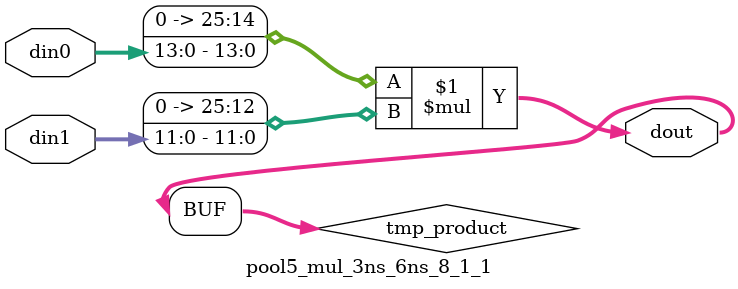
<source format=v>

`timescale 1 ns / 1 ps

 module pool5_mul_3ns_6ns_8_1_1(din0, din1, dout);
parameter ID = 1;
parameter NUM_STAGE = 0;
parameter din0_WIDTH = 14;
parameter din1_WIDTH = 12;
parameter dout_WIDTH = 26;

input [din0_WIDTH - 1 : 0] din0; 
input [din1_WIDTH - 1 : 0] din1; 
output [dout_WIDTH - 1 : 0] dout;

wire signed [dout_WIDTH - 1 : 0] tmp_product;
























assign tmp_product = $signed({1'b0, din0}) * $signed({1'b0, din1});











assign dout = tmp_product;





















endmodule

</source>
